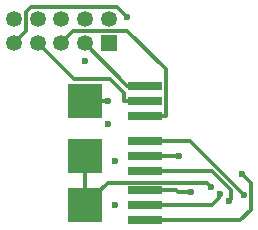
<source format=gbl>
G04*
G04 #@! TF.GenerationSoftware,Altium Limited,Altium Designer,19.1.8 (144)*
G04*
G04 Layer_Physical_Order=3*
G04 Layer_Color=16711680*
%FSLAX43Y43*%
%MOMM*%
G71*
G01*
G75*
%ADD14R,3.000X3.000*%
%ADD23C,0.300*%
%ADD24R,1.350X1.350*%
%ADD25C,1.350*%
%ADD26C,0.600*%
%ADD32R,3.000X0.700*%
D14*
X176195Y61421D02*
D03*
Y65598D02*
D03*
Y70301D02*
D03*
D23*
X181275Y62691D02*
X183959D01*
X184125Y62525D02*
X185200D01*
X183959Y62691D02*
X184125Y62525D01*
X179531Y70301D02*
X181275D01*
X179506Y70925D02*
X179531Y70301D01*
X178312Y72119D02*
X179506Y70925D01*
X175299Y72119D02*
X178312D01*
X172217Y75201D02*
X175299Y72119D01*
X181275Y69031D02*
X183062D01*
X183087Y69056D01*
Y72932D01*
X179811Y76208D02*
X183087Y72932D01*
X175224Y76208D02*
X179811D01*
X174217Y75201D02*
X175224Y76208D01*
X179773Y71571D02*
X181275D01*
X176217Y75201D02*
X179773Y71571D01*
X178947Y78189D02*
X179734Y77402D01*
X171645Y78189D02*
X178947D01*
X171225Y77770D02*
X171645Y78189D01*
X171225Y76209D02*
Y77770D01*
X170217Y75201D02*
X171225Y76209D01*
X176195Y61421D02*
Y65611D01*
Y61421D02*
X178130Y63356D01*
X186516D01*
X186894Y62978D01*
X181275Y65611D02*
X184205D01*
X181275Y64341D02*
X186956D01*
X188564Y62734D01*
X188421Y61778D02*
X188564Y61921D01*
Y62734D01*
X181275Y66881D02*
X185099D01*
X189640Y62340D01*
X181275Y61421D02*
X186994D01*
X187596Y62023D02*
Y62294D01*
X186994Y61421D02*
X187596Y62023D01*
Y62294D02*
X187654Y62351D01*
X181275Y60151D02*
X189331D01*
X190250Y61070D01*
Y63330D01*
X189513Y64067D02*
X190250Y63330D01*
X176195Y70301D02*
X178122D01*
D24*
X178217Y75201D02*
D03*
D25*
Y77201D02*
D03*
X176217Y75201D02*
D03*
Y77201D02*
D03*
X174217Y75201D02*
D03*
Y77201D02*
D03*
X172217Y75201D02*
D03*
Y77201D02*
D03*
X170217Y75201D02*
D03*
Y77201D02*
D03*
D26*
X185200Y62525D02*
D03*
X179734Y77402D02*
D03*
X186894Y62978D02*
D03*
X184205Y65611D02*
D03*
X188421Y61778D02*
D03*
X189640Y62340D02*
D03*
X187654Y62351D02*
D03*
X189513Y64067D02*
D03*
X176195Y73656D02*
D03*
X178122Y68272D02*
D03*
X178756Y65146D02*
D03*
Y61476D02*
D03*
X178122Y70301D02*
D03*
D32*
X181275D02*
D03*
Y69031D02*
D03*
Y71571D02*
D03*
Y65598D02*
D03*
Y64328D02*
D03*
Y66868D02*
D03*
Y61421D02*
D03*
Y60151D02*
D03*
Y62691D02*
D03*
M02*

</source>
